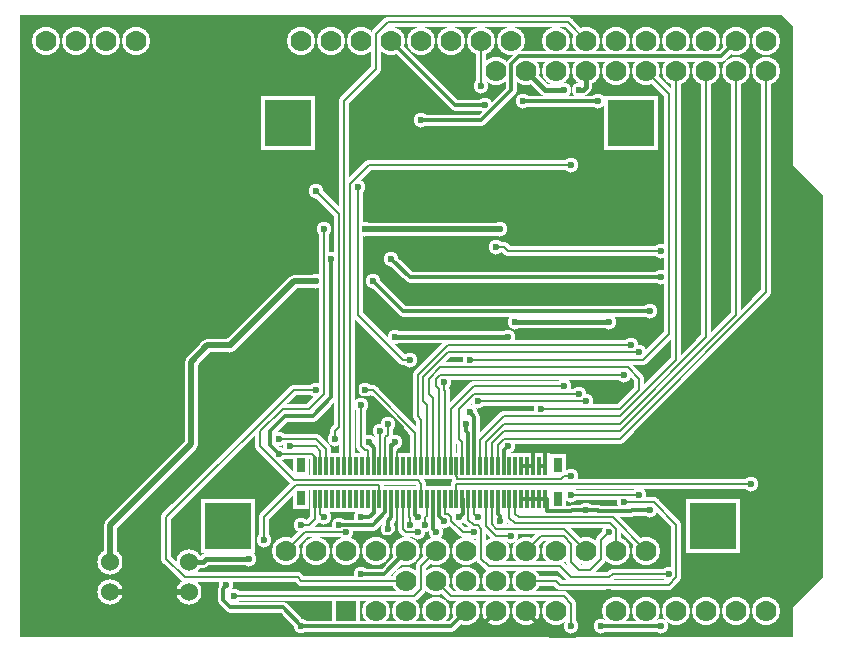
<source format=gbr>
G04 GERBER ASCII OUTPUT FROM: EDWINXP (VER. 1.61 REV. 20080915)*
G04 GERBER FORMAT: RX-274-X*
G04 BOARD: AMICUS_GSM_SHIELD*
G04 ARTWORK OF SOLD.LAYERPOSITIVE SUPERIMPOSED ON NEGATIVE*
%ASAXBY*%
%FSLAX23Y23*%
%MIA0B0*%
%MOIN*%
%OFA0.0000B0.0000*%
%SFA1B1*%
%IJA0B0*%
%INLAYER29NEGPOS*%
%IOA0B0*%
%IPPOS*%
%IR0*%
G04 APERTURE MACROS*
%AMEDWDONUT*
1,1,$1,$2,$3*
1,0,$4,$2,$3*
%
%AMEDWFRECT*
20,1,$1,$2,$3,$4,$5,$6*
%
%AMEDWORECT*
20,1,$1,$2,$3,$4,$5,$10*
20,1,$1,$4,$5,$6,$7,$10*
20,1,$1,$6,$7,$8,$9,$10*
20,1,$1,$8,$9,$2,$3,$10*
1,1,$1,$2,$3*
1,1,$1,$4,$5*
1,1,$1,$6,$7*
1,1,$1,$8,$9*
%
%AMEDWLINER*
20,1,$1,$2,$3,$4,$5,$6*
1,1,$1,$2,$3*
1,1,$1,$4,$5*
%
%AMEDWFTRNG*
4,1,3,$1,$2,$3,$4,$5,$6,$7,$8,$9*
%
%AMEDWATRNG*
4,1,3,$1,$2,$3,$4,$5,$6,$7,$8,$9*
20,1,$11,$1,$2,$3,$4,$10*
20,1,$11,$3,$4,$5,$6,$10*
20,1,$11,$5,$6,$7,$8,$10*
1,1,$11,$3,$4*
1,1,$11,$5,$6*
1,1,$11,$7,$8*
%
%AMEDWOTRNG*
20,1,$1,$2,$3,$4,$5,$8*
20,1,$1,$4,$5,$6,$7,$8*
20,1,$1,$6,$7,$2,$3,$8*
1,1,$1,$2,$3*
1,1,$1,$4,$5*
1,1,$1,$6,$7*
%
G04*
G04 APERTURE LIST*
%ADD10R,0.07874X0.05512*%
%ADD11R,0.10274X0.07912*%
%ADD12R,0.0748X0.05118*%
%ADD13R,0.0988X0.07518*%
%ADD14R,0.0700X0.0650*%
%ADD15R,0.0940X0.0890*%
%ADD16R,0.0600X0.0550*%
%ADD17R,0.0840X0.0790*%
%ADD18R,0.0650X0.0700*%
%ADD19R,0.0890X0.0940*%
%ADD20R,0.0550X0.0600*%
%ADD21R,0.0790X0.0840*%
%ADD22R,0.01378X0.06496*%
%ADD23R,0.03778X0.08896*%
%ADD24R,0.01181X0.06299*%
%ADD25R,0.03581X0.08699*%
%ADD26R,0.03386X0.05354*%
%ADD27R,0.05786X0.07754*%
%ADD28R,0.0315X0.05118*%
%ADD29R,0.0555X0.07518*%
%ADD30R,0.16535X0.16535*%
%ADD31R,0.18935X0.18935*%
%ADD32R,0.15748X0.15748*%
%ADD33R,0.18148X0.18148*%
%ADD34R,0.0450X0.0900*%
%ADD35R,0.0690X0.1140*%
%ADD36R,0.0350X0.0800*%
%ADD37R,0.0590X0.1040*%
%ADD38R,0.4200X0.1100*%
%ADD39R,0.4440X0.1340*%
%ADD40R,0.4100X0.1000*%
%ADD41R,0.4340X0.1240*%
%ADD42R,0.0580X0.0500*%
%ADD43R,0.0820X0.0740*%
%ADD44R,0.0480X0.0400*%
%ADD45R,0.0720X0.0640*%
%ADD46R,0.04724X0.06693*%
%ADD47R,0.07124X0.09093*%
%ADD48R,0.03937X0.05906*%
%ADD49R,0.06337X0.08306*%
%ADD50R,0.1350X0.1350*%
%ADD51R,0.1590X0.1590*%
%ADD52R,0.1250X0.1250*%
%ADD53R,0.1490X0.1490*%
%ADD54R,0.1700X0.1700*%
%ADD55R,0.1940X0.1940*%
%ADD56R,0.1560X0.1560*%
%ADD57R,0.1800X0.1800*%
%ADD58R,0.0860X0.0860*%
%ADD59R,0.1100X0.1100*%
%ADD60R,0.0700X0.0700*%
%ADD61R,0.0940X0.0940*%
%ADD62C,0.00039*%
%ADD64C,0.0010*%
%ADD66C,0.00118*%
%ADD68C,0.00197*%
%ADD70C,0.0020*%
%ADD71R,0.0020X0.0020*%
%ADD72C,0.0030*%
%ADD73R,0.0030X0.0030*%
%ADD74C,0.00394*%
%ADD76C,0.0040*%
%ADD77R,0.0040X0.0040*%
%ADD78C,0.0050*%
%ADD79R,0.0050X0.0050*%
%ADD80C,0.00512*%
%ADD81R,0.00512X0.00512*%
%ADD82C,0.00591*%
%ADD83R,0.00591X0.00591*%
%ADD84C,0.00659*%
%ADD85R,0.00659X0.00659*%
%ADD86C,0.00787*%
%ADD87R,0.00787X0.00787*%
%ADD88C,0.00799*%
%ADD90C,0.0080*%
%ADD92C,0.00984*%
%ADD93R,0.00984X0.00984*%
%ADD94C,0.0100*%
%ADD95R,0.0100X0.0100*%
%ADD96C,0.01181*%
%ADD97R,0.01181X0.01181*%
%ADD98C,0.0120*%
%ADD100C,0.0120*%
%ADD102C,0.0126*%
%ADD104C,0.0130*%
%ADD106C,0.01378*%
%ADD107R,0.01378X0.01378*%
%ADD108C,0.0150*%
%ADD109R,0.0150X0.0150*%
%ADD110C,0.0160*%
%ADD112C,0.01654*%
%ADD113R,0.01654X0.01654*%
%ADD114C,0.01969*%
%ADD115R,0.01969X0.01969*%
%ADD116C,0.0200*%
%ADD118C,0.02362*%
%ADD119R,0.02362X0.02362*%
%ADD120C,0.0240*%
%ADD121R,0.0240X0.0240*%
%ADD122C,0.0240*%
%ADD123R,0.0240X0.0240*%
%ADD124C,0.02439*%
%ADD125R,0.02439X0.02439*%
%ADD126C,0.02441*%
%ADD127R,0.02441X0.02441*%
%ADD128C,0.0250*%
%ADD129R,0.0250X0.0250*%
%ADD130C,0.02597*%
%ADD132C,0.02756*%
%ADD134C,0.02794*%
%ADD136C,0.0290*%
%ADD138C,0.02912*%
%ADD139R,0.02912X0.02912*%
%ADD140C,0.02991*%
%ADD141R,0.02991X0.02991*%
%ADD142C,0.0300*%
%ADD143R,0.0300X0.0300*%
%ADD144C,0.03059*%
%ADD145R,0.03059X0.03059*%
%ADD146C,0.0315*%
%ADD147R,0.0315X0.0315*%
%ADD148C,0.03187*%
%ADD150C,0.03199*%
%ADD151R,0.03199X0.03199*%
%ADD152C,0.0320*%
%ADD153R,0.0320X0.0320*%
%ADD154C,0.03386*%
%ADD155R,0.03386X0.03386*%
%ADD156C,0.0350*%
%ADD157R,0.0350X0.0350*%
%ADD158C,0.03581*%
%ADD159R,0.03581X0.03581*%
%ADD160C,0.0360*%
%ADD162C,0.0370*%
%ADD164C,0.03778*%
%ADD165R,0.03778X0.03778*%
%ADD166C,0.0390*%
%ADD167R,0.0390X0.0390*%
%ADD168C,0.03937*%
%ADD169R,0.03937X0.03937*%
%ADD170C,0.0400*%
%ADD171R,0.0400X0.0400*%
%ADD172C,0.04173*%
%ADD173R,0.04173X0.04173*%
%ADD174C,0.04331*%
%ADD176C,0.04369*%
%ADD177R,0.04369X0.04369*%
%ADD178C,0.0440*%
%ADD180C,0.0450*%
%ADD181R,0.0450X0.0450*%
%ADD182C,0.0470*%
%ADD183R,0.0470X0.0470*%
%ADD184C,0.04724*%
%ADD185R,0.04724X0.04724*%
%ADD186C,0.04762*%
%ADD187R,0.04762X0.04762*%
%ADD188C,0.0490*%
%ADD189R,0.0490X0.0490*%
%ADD190C,0.04921*%
%ADD191R,0.04921X0.04921*%
%ADD192C,0.04961*%
%ADD193R,0.04961X0.04961*%
%ADD194C,0.0500*%
%ADD195R,0.0500X0.0500*%
%ADD196C,0.05118*%
%ADD197R,0.05118X0.05118*%
%ADD198C,0.05354*%
%ADD199R,0.05354X0.05354*%
%ADD200C,0.05512*%
%ADD201R,0.05512X0.05512*%
%ADD202C,0.0555*%
%ADD203R,0.0555X0.0555*%
%ADD204C,0.0560*%
%ADD205R,0.0560X0.0560*%
%ADD206C,0.0570*%
%ADD207R,0.0570X0.0570*%
%ADD208C,0.05786*%
%ADD209R,0.05786X0.05786*%
%ADD210C,0.0590*%
%ADD211R,0.0590X0.0590*%
%ADD212C,0.05906*%
%ADD213R,0.05906X0.05906*%
%ADD214C,0.05945*%
%ADD215R,0.05945X0.05945*%
%ADD216C,0.0600*%
%ADD217R,0.0600X0.0600*%
%ADD218C,0.0620*%
%ADD219R,0.0620X0.0620*%
%ADD220C,0.06201*%
%ADD221R,0.06201X0.06201*%
%ADD222C,0.06299*%
%ADD223R,0.06299X0.06299*%
%ADD224C,0.06337*%
%ADD225R,0.06337X0.06337*%
%ADD226C,0.06496*%
%ADD227R,0.06496X0.06496*%
%ADD228C,0.0650*%
%ADD229R,0.0650X0.0650*%
%ADD230C,0.06693*%
%ADD231R,0.06693X0.06693*%
%ADD232C,0.06731*%
%ADD233R,0.06731X0.06731*%
%ADD234C,0.0690*%
%ADD235R,0.0690X0.0690*%
%ADD236C,0.06906*%
%ADD237R,0.06906X0.06906*%
%ADD238C,0.0700*%
%ADD239R,0.0700X0.0700*%
%ADD240C,0.07008*%
%ADD241R,0.07008X0.07008*%
%ADD242C,0.07087*%
%ADD243R,0.07087X0.07087*%
%ADD244C,0.0710*%
%ADD245R,0.0710X0.0710*%
%ADD246C,0.07124*%
%ADD247R,0.07124X0.07124*%
%ADD248C,0.0740*%
%ADD249R,0.0740X0.0740*%
%ADD250C,0.0748*%
%ADD251R,0.0748X0.0748*%
%ADD252C,0.0750*%
%ADD253R,0.0750X0.0750*%
%ADD254C,0.07518*%
%ADD255R,0.07518X0.07518*%
%ADD256C,0.07598*%
%ADD257R,0.07598X0.07598*%
%ADD258C,0.0760*%
%ADD259R,0.0760X0.0760*%
%ADD260C,0.07754*%
%ADD261R,0.07754X0.07754*%
%ADD262C,0.07795*%
%ADD263R,0.07795X0.07795*%
%ADD264C,0.07874*%
%ADD265R,0.07874X0.07874*%
%ADD266C,0.07912*%
%ADD267R,0.07912X0.07912*%
%ADD268C,0.0800*%
%ADD269R,0.0800X0.0800*%
%ADD270C,0.0810*%
%ADD271R,0.0810X0.0810*%
%ADD272C,0.08268*%
%ADD273R,0.08268X0.08268*%
%ADD274C,0.08306*%
%ADD275R,0.08306X0.08306*%
%ADD276C,0.08345*%
%ADD277R,0.08345X0.08345*%
%ADD278C,0.0840*%
%ADD279R,0.0840X0.0840*%
%ADD280C,0.08598*%
%ADD281R,0.08598X0.08598*%
%ADD282C,0.0860*%
%ADD283R,0.0860X0.0860*%
%ADD284C,0.08601*%
%ADD285R,0.08601X0.08601*%
%ADD286C,0.08661*%
%ADD287R,0.08661X0.08661*%
%ADD288C,0.08699*%
%ADD289R,0.08699X0.08699*%
%ADD290C,0.0870*%
%ADD291R,0.0870X0.0870*%
%ADD292C,0.08896*%
%ADD293R,0.08896X0.08896*%
%ADD294C,0.0890*%
%ADD295R,0.0890X0.0890*%
%ADD296C,0.0900*%
%ADD297R,0.0900X0.0900*%
%ADD298C,0.09093*%
%ADD299R,0.09093X0.09093*%
%ADD300C,0.0940*%
%ADD301R,0.0940X0.0940*%
%ADD302C,0.09449*%
%ADD303R,0.09449X0.09449*%
%ADD304C,0.09528*%
%ADD305R,0.09528X0.09528*%
%ADD306C,0.0970*%
%ADD307R,0.0970X0.0970*%
%ADD308C,0.09843*%
%ADD309R,0.09843X0.09843*%
%ADD310C,0.0988*%
%ADD311R,0.0988X0.0988*%
%ADD312C,0.0990*%
%ADD313R,0.0990X0.0990*%
%ADD314C,0.09998*%
%ADD316C,0.1000*%
%ADD317R,0.1000X0.1000*%
%ADD318C,0.10236*%
%ADD319R,0.10236X0.10236*%
%ADD320C,0.10274*%
%ADD321R,0.10274X0.10274*%
%ADD322C,0.10315*%
%ADD323R,0.10315X0.10315*%
%ADD324C,0.1040*%
%ADD325R,0.1040X0.1040*%
%ADD326C,0.1063*%
%ADD327R,0.1063X0.1063*%
%ADD328C,0.10668*%
%ADD329R,0.10668X0.10668*%
%ADD330C,0.10998*%
%ADD331R,0.10998X0.10998*%
%ADD332C,0.1100*%
%ADD333R,0.1100X0.1100*%
%ADD334C,0.11024*%
%ADD335R,0.11024X0.11024*%
%ADD336C,0.11061*%
%ADD337R,0.11061X0.11061*%
%ADD338C,0.1110*%
%ADD339R,0.1110X0.1110*%
%ADD340C,0.1120*%
%ADD341R,0.1120X0.1120*%
%ADD342C,0.1140*%
%ADD343R,0.1140X0.1140*%
%ADD344C,0.1150*%
%ADD345R,0.1150X0.1150*%
%ADD346C,0.11811*%
%ADD347R,0.11811X0.11811*%
%ADD348C,0.1200*%
%ADD349R,0.1200X0.1200*%
%ADD350C,0.1210*%
%ADD351R,0.1210X0.1210*%
%ADD352C,0.12243*%
%ADD353R,0.12243X0.12243*%
%ADD354C,0.1240*%
%ADD355R,0.1240X0.1240*%
%ADD356C,0.1250*%
%ADD357R,0.1250X0.1250*%
%ADD358C,0.12598*%
%ADD359R,0.12598X0.12598*%
%ADD360C,0.12636*%
%ADD361R,0.12636X0.12636*%
%ADD362C,0.12992*%
%ADD363R,0.12992X0.12992*%
%ADD364C,0.1300*%
%ADD365R,0.1300X0.1300*%
%ADD366C,0.1340*%
%ADD367R,0.1340X0.1340*%
%ADD368C,0.1390*%
%ADD369R,0.1390X0.1390*%
%ADD370C,0.1420*%
%ADD371R,0.1420X0.1420*%
%ADD372C,0.1440*%
%ADD373R,0.1440X0.1440*%
%ADD374C,0.14567*%
%ADD375R,0.14567X0.14567*%
%ADD376C,0.1490*%
%ADD377R,0.1490X0.1490*%
%ADD378C,0.14961*%
%ADD379R,0.14961X0.14961*%
%ADD380C,0.15118*%
%ADD381R,0.15118X0.15118*%
%ADD382C,0.1520*%
%ADD383R,0.1520X0.1520*%
%ADD384C,0.15354*%
%ADD385R,0.15354X0.15354*%
%ADD386C,0.15374*%
%ADD387R,0.15374X0.15374*%
%ADD388C,0.1540*%
%ADD389R,0.1540X0.1540*%
%ADD390C,0.15748*%
%ADD391R,0.15748X0.15748*%
%ADD392C,0.16535*%
%ADD393R,0.16535X0.16535*%
%ADD394C,0.1660*%
%ADD395R,0.1660X0.1660*%
%ADD396C,0.17323*%
%ADD398C,0.1760*%
%ADD399R,0.1760X0.1760*%
%ADD400C,0.17774*%
%ADD401R,0.17774X0.17774*%
%ADD402C,0.18148*%
%ADD403R,0.18148X0.18148*%
%ADD404C,0.18504*%
%ADD406C,0.18898*%
%ADD408C,0.18935*%
%ADD409R,0.18935X0.18935*%
%ADD410C,0.19685*%
%ADD411R,0.19685X0.19685*%
%ADD412C,0.20472*%
%ADD413R,0.20472X0.20472*%
%ADD414C,0.20904*%
%ADD416C,0.2126*%
%ADD418C,0.21298*%
%ADD420C,0.22085*%
%ADD421R,0.22085X0.22085*%
%ADD422C,0.22835*%
%ADD425R,0.22872X0.22872*%
%ADD427R,0.23622X0.23622*%
%ADD429R,0.24409X0.24409*%
%ADD431R,0.24937X0.24937*%
%ADD433R,0.26022X0.26022*%
%ADD435R,0.26142X0.26142*%
%ADD437R,0.26929X0.26929*%
%ADD439R,0.27337X0.27337*%
%ADD441R,0.31496X0.31496*%
%ADD443R,0.32811X0.32811*%
%ADD445R,0.33896X0.33896*%
%ADD447R,0.35211X0.35211*%
%ADD449R,0.35433X0.35433*%
%ADD451R,0.3622X0.3622*%
%ADD453R,0.37833X0.37833*%
%ADD455R,0.3862X0.3862*%
%ADD456C,0.4862*%
%ADD457R,0.4862X0.4862*%
%ADD458C,0.5862*%
%ADD459R,0.5862X0.5862*%
%ADD460C,0.6862*%
%ADD461R,0.6862X0.6862*%
%ADD462C,0.7862*%
%ADD463R,0.7862X0.7862*%
%ADD464C,0.8862*%
%ADD465R,0.8862X0.8862*%
%ADD466C,0.9862*%
%ADD467R,0.9862X0.9862*%
%ADD468C,1.0862*%
%ADD469R,1.0862X1.0862*%
%ADD470C,1.1862*%
%ADD471R,1.1862X1.1862*%
%ADD472C,1.2862*%
%ADD473R,1.2862X1.2862*%
%ADD474C,1.3862*%
%ADD475R,1.3862X1.3862*%
%ADD476C,1.4862*%
%ADD477R,1.4862X1.4862*%
%ADD478C,1.5862*%
%ADD479R,1.5862X1.5862*%
%ADD480C,1.6862*%
%ADD481R,1.6862X1.6862*%
%ADD482C,1.7862*%
%ADD483R,1.7862X1.7862*%
%ADD484C,1.8862*%
%ADD485R,1.8862X1.8862*%
%ADD486C,1.9862*%
%ADD487R,1.9862X1.9862*%
G04*
%LNLLAYER29CPOURD*%
%LPD*%
G36*
X1700Y100D02*
X1688Y13D01*
X13Y13D01*
X13Y2088D01*
X2550Y2088D01*
X2588Y2050D01*
X2588Y1588D01*
X2688Y1488D01*
X2688Y213D01*
X2588Y113D01*
X2588Y13D01*
X1713Y13D01*
X1700Y100D01*
G37*
G36*
X1700Y100D02*
X1638Y13D01*
X1788Y13D01*
X1700Y100D01*
G37*
%LNLLAYER29CRELIEVEC*%
%LPC*%
D278*
X575Y263D02*D03*
X313Y263D02*D03*
D300*
X900Y300D02*D03*
X1000Y300D02*D03*
X1100Y300D02*D03*
X1200Y300D02*D03*
X1300Y300D02*D03*
X1400Y300D02*D03*
X1500Y300D02*D03*
X1600Y300D02*D03*
D25*
X1763Y475D02*D03*
X1743Y475D02*D03*
X1723Y475D02*D03*
X1703Y475D02*D03*
X1684Y475D02*D03*
X1664Y475D02*D03*
X1664Y586D02*D03*
X1644Y475D02*D03*
X1644Y586D02*D03*
X1625Y475D02*D03*
X1625Y586D02*D03*
X1605Y475D02*D03*
X1605Y586D02*D03*
X1585Y475D02*D03*
X1585Y586D02*D03*
X1566Y475D02*D03*
X1566Y586D02*D03*
X1546Y475D02*D03*
X1546Y586D02*D03*
X1526Y475D02*D03*
X1526Y586D02*D03*
X1507Y475D02*D03*
X1507Y586D02*D03*
X1487Y475D02*D03*
X1487Y586D02*D03*
X1467Y475D02*D03*
X1467Y586D02*D03*
X1448Y475D02*D03*
X1448Y586D02*D03*
X1428Y475D02*D03*
X1428Y586D02*D03*
X1408Y475D02*D03*
X1408Y586D02*D03*
X1388Y475D02*D03*
X1388Y586D02*D03*
X1369Y475D02*D03*
X1369Y586D02*D03*
X1349Y475D02*D03*
X1349Y586D02*D03*
X1329Y475D02*D03*
X1329Y586D02*D03*
X1310Y475D02*D03*
X1310Y586D02*D03*
X1290Y475D02*D03*
X1290Y586D02*D03*
X1251Y475D02*D03*
X1251Y586D02*D03*
X1231Y475D02*D03*
X1231Y586D02*D03*
X1211Y475D02*D03*
X1211Y586D02*D03*
X1192Y475D02*D03*
X1192Y586D02*D03*
X1172Y475D02*D03*
X1172Y586D02*D03*
X1152Y475D02*D03*
X1152Y586D02*D03*
X1133Y475D02*D03*
X1133Y586D02*D03*
X1113Y475D02*D03*
X1113Y586D02*D03*
X1093Y475D02*D03*
X1093Y586D02*D03*
X1074Y475D02*D03*
X1074Y586D02*D03*
X1054Y475D02*D03*
X1054Y586D02*D03*
X1034Y475D02*D03*
X1034Y586D02*D03*
X1014Y475D02*D03*
X1014Y586D02*D03*
X995Y475D02*D03*
X995Y586D02*D03*
D29*
X951Y477D02*D03*
X951Y587D02*D03*
X1806Y587D02*D03*
X1806Y475D02*D03*
D33*
X2048Y1727D02*D03*
X906Y1727D02*D03*
X707Y386D02*D03*
X2324Y386D02*D03*
D300*
X1700Y200D02*D03*
X1600Y200D02*D03*
X1500Y200D02*D03*
X1400Y200D02*D03*
X1300Y200D02*D03*
X1800Y2000D02*D03*
X1900Y2000D02*D03*
X2000Y2000D02*D03*
X2100Y2000D02*D03*
X2200Y2000D02*D03*
X2300Y2000D02*D03*
X2400Y2000D02*D03*
X2500Y2000D02*D03*
X1300Y100D02*D03*
X1400Y100D02*D03*
X1500Y100D02*D03*
X1800Y100D02*D03*
X950Y2000D02*D03*
X1050Y2000D02*D03*
X1150Y2000D02*D03*
X1250Y2000D02*D03*
X1350Y2000D02*D03*
X1450Y2000D02*D03*
X1550Y2000D02*D03*
X1650Y2000D02*D03*
X2000Y100D02*D03*
X2100Y100D02*D03*
X2200Y100D02*D03*
X2300Y100D02*D03*
X2400Y100D02*D03*
X2500Y100D02*D03*
X1600Y1900D02*D03*
X1700Y1900D02*D03*
X1800Y1900D02*D03*
X1900Y1900D02*D03*
X2000Y1900D02*D03*
X2100Y1900D02*D03*
X2200Y1900D02*D03*
X2300Y1900D02*D03*
X2400Y1900D02*D03*
X2500Y1900D02*D03*
X2100Y300D02*D03*
X2000Y300D02*D03*
X1900Y300D02*D03*
X1800Y300D02*D03*
X1700Y300D02*D03*
X100Y2000D02*D03*
X200Y2000D02*D03*
X300Y2000D02*D03*
X400Y2000D02*D03*
D61*
X1100Y100D02*D03*
D300*
X1200Y100D02*D03*
D316*
X100Y100D02*D03*
X600Y2000D02*D03*
X2600Y300D02*D03*
D25*
X1270Y586D02*D03*
X1270Y475D02*D03*
X1763Y586D02*D03*
X1684Y586D02*D03*
X1703Y586D02*D03*
X1723Y586D02*D03*
X1743Y586D02*D03*
D300*
X1700Y100D02*D03*
X1600Y100D02*D03*
D278*
X313Y164D02*D03*
X575Y164D02*D03*
D196*
X950Y50D02*D03*
X700Y188D02*D03*
X713Y988D02*D03*
X1000Y1200D02*D03*
X1188Y1200D02*D03*
X2113Y1100D02*D03*
X2113Y438D02*D03*
X1900Y438D02*D03*
X775Y275D02*D03*
X1363Y388D02*D03*
X950Y388D02*D03*
X875Y625D02*D03*
X1950Y50D02*D03*
X2150Y50D02*D03*
X2150Y1213D02*D03*
X1250Y1275D02*D03*
X1050Y1275D02*D03*
X1513Y763D02*D03*
X1513Y938D02*D03*
X1500Y725D02*D03*
X1538Y800D02*D03*
X1900Y800D02*D03*
X1850Y1588D02*D03*
X1875Y825D02*D03*
X1875Y1838D02*D03*
X1850Y550D02*D03*
X1825Y850D02*D03*
X1825Y1838D02*D03*
X1425Y863D02*D03*
X2025Y888D02*D03*
X2025Y463D02*D03*
X1163Y838D02*D03*
X1000Y838D02*D03*
X1750Y775D02*D03*
X2075Y963D02*D03*
X2075Y488D02*D03*
X1850Y488D02*D03*
X2050Y988D02*D03*
X1850Y50D02*D03*
X2450Y525D02*D03*
X1475Y413D02*D03*
X2175Y225D02*D03*
X1425Y400D02*D03*
X1550Y1850D02*D03*
X2150Y1300D02*D03*
X1600Y1313D02*D03*
X1538Y413D02*D03*
X1400Y363D02*D03*
X1613Y1375D02*D03*
X1163Y1375D02*D03*
X1025Y1375D02*D03*
X1338Y413D02*D03*
X1313Y388D02*D03*
X1313Y938D02*D03*
X1138Y1513D02*D03*
X1338Y363D02*D03*
X1263Y663D02*D03*
X1238Y725D02*D03*
X1213Y700D02*D03*
X1175Y663D02*D03*
X1100Y363D02*D03*
X1150Y413D02*D03*
X1150Y225D02*D03*
X825Y338D02*D03*
X725Y150D02*D03*
X1075Y388D02*D03*
X1063Y675D02*D03*
X1000Y1500D02*D03*
X1238Y375D02*D03*
X1613Y400D02*D03*
X1025Y413D02*D03*
X913Y650D02*D03*
X875Y675D02*D03*
X1563Y1788D02*D03*
X1350Y1738D02*D03*
X1688Y1800D02*D03*
X1938Y1800D02*D03*
X1150Y788D02*D03*
X1263Y1013D02*D03*
X1638Y1013D02*D03*
X1638Y650D02*D03*
X1650Y350D02*D03*
D96*
X100Y800D02*D03*
X100Y900D02*D03*
X200Y900D02*D03*
X300Y900D02*D03*
X400Y900D02*D03*
X500Y900D02*D03*
X500Y1100D02*D03*
X500Y1000D02*D03*
X400Y1000D02*D03*
X300Y1000D02*D03*
X200Y1000D02*D03*
X100Y1000D02*D03*
D196*
X1525Y363D02*D03*
X1663Y1063D02*D03*
X1975Y1063D02*D03*
X1975Y363D02*D03*
D96*
X200Y1300D02*D03*
X300Y1300D02*D03*
X400Y1300D02*D03*
X400Y1200D02*D03*
X300Y1200D02*D03*
X200Y1200D02*D03*
X100Y1200D02*D03*
X100Y700D02*D03*
X200Y700D02*D03*
X300Y700D02*D03*
X400Y700D02*D03*
X500Y700D02*D03*
X500Y800D02*D03*
X400Y800D02*D03*
X300Y800D02*D03*
X200Y800D02*D03*
X1300Y1450D02*D03*
X1250Y1450D02*D03*
X1200Y1450D02*D03*
X1200Y1500D02*D03*
X900Y1500D02*D03*
X900Y1600D02*D03*
X700Y1300D02*D03*
X600Y1300D02*D03*
X200Y300D02*D03*
X250Y400D02*D03*
X400Y300D02*D03*
X400Y400D02*D03*
X500Y500D02*D03*
X800Y600D02*D03*
X600Y1100D02*D03*
X100Y1300D02*D03*
X988Y713D02*D03*
X1938Y838D02*D03*
X2100Y375D02*D03*
X2050Y1150D02*D03*
X2100Y1150D02*D03*
X2000Y1150D02*D03*
X1925Y1150D02*D03*
X1733Y1152D02*D03*
X1650Y1150D02*D03*
X850Y925D02*D03*
X1325Y975D02*D03*
X1150Y975D02*D03*
X1550Y1450D02*D03*
X1550Y1550D02*D03*
X1550Y1500D02*D03*
X1250Y1500D02*D03*
X500Y100D02*D03*
X400Y100D02*D03*
X300Y100D02*D03*
X200Y100D02*D03*
X2050Y1063D02*D03*
X2075Y1025D02*D03*
X2025Y1025D02*D03*
X1738Y1025D02*D03*
X2100Y1600D02*D03*
X2100Y1500D02*D03*
X2000Y1500D02*D03*
X2000Y1600D02*D03*
X1900Y363D02*D03*
X875Y375D02*D03*
X738Y563D02*D03*
X800Y538D02*D03*
X2600Y600D02*D03*
X2600Y700D02*D03*
X2600Y800D02*D03*
X2600Y900D02*D03*
X2300Y600D02*D03*
X2200Y600D02*D03*
X2200Y650D02*D03*
X2200Y750D02*D03*
X2250Y650D02*D03*
X2200Y700D02*D03*
X2200Y800D02*D03*
X2250Y600D02*D03*
X2250Y700D02*D03*
X2250Y750D02*D03*
X2250Y800D02*D03*
X600Y100D02*D03*
X2500Y400D02*D03*
X2400Y700D02*D03*
X2400Y800D02*D03*
X2400Y900D02*D03*
X2500Y900D02*D03*
X2500Y800D02*D03*
X2500Y700D02*D03*
X2500Y600D02*D03*
X2500Y500D02*D03*
X2600Y500D02*D03*
X1888Y638D02*
X1763Y638D01*
X1723Y586D02*
X1723Y638D01*
X1763Y638D01*
X1763Y586D01*
X1600Y100D02*
X1522Y22D01*
X938Y22D01*
X934Y25D01*
X900Y25D01*
X1575Y1275D02*
X1925Y1275D01*
D116*
X855Y1238D02*
X950Y1238D01*
X855Y1238D02*
X855Y1575D01*
X950Y888D02*
X650Y888D01*
X575Y164D02*
X313Y164D01*
D96*
X1700Y100D02*
X1781Y19D01*
X1863Y19D01*
X1913Y69D01*
X1913Y100D01*
X1975Y163D01*
D110*
X1575Y1275D02*
X1313Y1275D01*
D96*
X1763Y586D02*
X1743Y586D01*
X1723Y586D02*
X1703Y586D01*
X1684Y586D01*
D86*
X650Y488D02*
X788Y488D01*
X800Y475D01*
X800Y325D01*
X875Y250D01*
X1125Y250D01*
X1150Y275D01*
X1150Y325D01*
X1175Y350D01*
X1250Y350D01*
X1270Y370D01*
X1270Y475D01*
X1138Y863D02*
X1138Y825D01*
X1150Y813D01*
X1188Y813D01*
X1288Y713D01*
X1288Y650D01*
X1270Y633D01*
X1270Y586D01*
D158*
X950Y50D02*
X1450Y50D01*
X1500Y100D01*
X950Y50D02*
X888Y113D01*
X713Y113D01*
X688Y138D01*
X688Y175D01*
X700Y188D01*
D178*
X313Y263D02*
X312Y387D01*
X582Y657D01*
X582Y931D01*
X637Y987D01*
X713Y988D01*
X925Y1200D01*
X1000Y1200D01*
D158*
X2113Y1100D02*
X1288Y1100D01*
X1188Y1200D01*
X1900Y438D02*
X1938Y438D01*
X1941Y434D01*
X2050Y434D01*
X2053Y438D01*
X2113Y438D01*
X1763Y475D02*
X1768Y475D01*
X1768Y434D01*
X1850Y434D01*
X1854Y438D01*
X1900Y438D01*
X1743Y475D02*
X1763Y475D01*
X1743Y475D02*
X1723Y475D01*
X1703Y475D01*
X1684Y475D01*
D148*
X1605Y586D02*
X1605Y655D01*
X1625Y675D01*
X2013Y675D01*
X2500Y1163D01*
X2500Y1900D01*
D170*
X575Y263D02*
X622Y263D01*
X634Y275D01*
X775Y275D01*
D148*
X1585Y586D02*
X1585Y660D01*
X1625Y700D01*
X2013Y700D01*
X2400Y1088D01*
X2400Y1900D01*
X1363Y388D02*
X1363Y413D01*
X1369Y419D01*
X1369Y475D01*
D158*
X2150Y50D02*
X1950Y50D01*
X1250Y1275D02*
X1313Y1213D01*
X2150Y1213D01*
X875Y625D02*
X846Y654D01*
X846Y700D01*
X896Y750D01*
X988Y750D01*
X1050Y813D01*
X1050Y1275D01*
D148*
X875Y625D02*
X988Y625D01*
X988Y620D01*
X995Y613D01*
X995Y586D01*
X950Y388D02*
X975Y388D01*
X995Y407D01*
X995Y475D01*
X1566Y586D02*
X1566Y666D01*
X1625Y725D01*
X2013Y725D01*
X2300Y1013D01*
X2300Y1900D01*
X1546Y586D02*
X1546Y671D01*
X1625Y750D01*
X2013Y750D01*
X2200Y938D01*
X2200Y1900D01*
D162*
X1513Y763D02*
X1526Y749D01*
X1526Y586D01*
D148*
X1513Y938D02*
X2088Y938D01*
X2175Y1025D01*
X2175Y1825D01*
X2100Y1900D01*
D162*
X1500Y725D02*
X1500Y700D01*
X1507Y693D01*
X1507Y586D01*
D148*
X1900Y800D02*
X1538Y800D01*
X1850Y1588D02*
X1175Y1588D01*
X1113Y1525D01*
X1113Y586D01*
X1875Y825D02*
X1525Y825D01*
X1475Y775D01*
X1475Y675D01*
X1487Y663D01*
X1487Y586D01*
D170*
X1875Y1838D02*
X1888Y1838D01*
X1900Y1849D01*
X1900Y1900D01*
D148*
X1850Y550D02*
X1825Y550D01*
X1817Y542D01*
X1468Y542D01*
X1468Y549D01*
X1467Y550D01*
X1467Y586D01*
X1825Y850D02*
X1525Y850D01*
X1448Y773D01*
X1448Y586D01*
D170*
X1825Y1838D02*
X1763Y1838D01*
X1700Y1900D01*
D148*
X1425Y863D02*
X1425Y838D01*
X1428Y835D01*
X1428Y586D01*
X2025Y888D02*
X1413Y888D01*
X1400Y875D01*
X1400Y850D01*
X1408Y842D01*
X1408Y586D01*
X2025Y463D02*
X2125Y463D01*
X2200Y388D01*
X2200Y213D01*
X2175Y188D01*
X1813Y188D01*
X1800Y200D01*
X1700Y200D01*
X1163Y838D02*
X1188Y838D01*
X1329Y696D01*
X1329Y586D01*
X1000Y838D02*
X925Y838D01*
X500Y413D01*
X500Y275D01*
X563Y213D01*
X938Y213D01*
X950Y200D01*
X1300Y200D01*
X1750Y775D02*
X2013Y775D01*
X2075Y838D01*
X2075Y875D01*
X2038Y913D01*
X1413Y913D01*
X1375Y875D01*
X1375Y825D01*
X1388Y812D01*
X1388Y586D01*
X2075Y963D02*
X1438Y963D01*
X1356Y881D01*
X1356Y800D01*
X1369Y787D01*
X1369Y586D01*
X1850Y488D02*
X2075Y488D01*
X2050Y988D02*
X1438Y988D01*
X1338Y888D01*
X1338Y750D01*
X1349Y738D01*
X1349Y586D01*
X1850Y50D02*
X1850Y125D01*
X1825Y150D01*
X1450Y150D01*
X1400Y200D01*
X2450Y525D02*
X1467Y525D01*
X1467Y475D01*
D162*
X1475Y413D02*
X1488Y425D01*
X1488Y475D01*
D148*
X1488Y475D02*
X1487Y475D01*
X2175Y225D02*
X1988Y225D01*
X1975Y213D01*
X1850Y213D01*
X1813Y250D01*
X1575Y250D01*
X1550Y275D01*
X1550Y375D01*
X1538Y388D01*
X1525Y388D01*
X1507Y406D01*
X1507Y475D01*
D162*
X1425Y400D02*
X1408Y417D01*
X1408Y475D01*
D148*
X1550Y1850D02*
X1550Y2000D01*
X1600Y1313D02*
X1625Y1313D01*
X1638Y1300D01*
X2150Y1300D01*
X1538Y413D02*
X1525Y425D01*
X1525Y475D01*
X1526Y475D01*
D162*
X1400Y363D02*
X1388Y374D01*
X1388Y475D01*
D178*
X1163Y1375D02*
X1613Y1375D01*
D148*
X1025Y1375D02*
X1025Y825D01*
X975Y775D01*
X888Y775D01*
X813Y700D01*
X813Y650D01*
X925Y538D01*
X1338Y538D01*
X1349Y526D01*
X1349Y475D01*
X1338Y413D02*
X1329Y421D01*
D162*
X1329Y421D02*
X1329Y475D01*
D148*
X1313Y388D02*
X1313Y413D01*
X1310Y415D01*
X1310Y475D01*
X1138Y1513D02*
X1138Y1088D01*
X1288Y938D01*
X1313Y938D01*
X1338Y363D02*
X1300Y363D01*
X1288Y374D01*
X1288Y475D01*
X1290Y475D01*
X1263Y663D02*
X1256Y656D01*
D162*
X1256Y656D02*
X1251Y656D01*
X1251Y586D01*
D148*
X1238Y725D02*
X1238Y688D01*
X1231Y681D01*
X1231Y586D01*
X1213Y700D02*
X1213Y614D01*
X1211Y613D01*
X1211Y586D01*
D162*
X1175Y663D02*
X1192Y646D01*
X1192Y586D01*
D148*
X1100Y363D02*
X963Y363D01*
X900Y300D01*
D162*
X1150Y413D02*
X1175Y413D01*
X1192Y429D01*
X1192Y475D01*
X1150Y225D02*
X1225Y225D01*
X1300Y300D01*
D148*
X825Y338D02*
X825Y413D01*
X933Y520D01*
X1210Y520D01*
X1210Y475D01*
X1211Y475D01*
X725Y150D02*
X1325Y150D01*
X1350Y175D01*
X1350Y250D01*
X1400Y300D01*
D162*
X1075Y388D02*
X1188Y388D01*
X1231Y431D01*
X1231Y475D01*
D148*
X1000Y1500D02*
X1075Y1425D01*
X1075Y713D01*
X1063Y700D01*
X1063Y675D01*
D162*
X1238Y375D02*
X1238Y400D01*
X1251Y413D01*
X1251Y475D01*
X1613Y400D02*
X1613Y417D01*
X1605Y425D01*
X1605Y475D01*
D148*
X1093Y586D02*
X1093Y1800D01*
X1200Y1907D01*
X1200Y2025D01*
X1238Y2063D01*
X1838Y2063D01*
X1900Y2000D01*
X1025Y413D02*
X1014Y423D01*
X1014Y475D01*
X913Y650D02*
X1000Y650D01*
X1014Y636D01*
X1014Y586D01*
X875Y675D02*
X1000Y675D01*
X1034Y641D01*
X1034Y586D01*
D158*
X1563Y1788D02*
X1463Y1788D01*
X1250Y2000D01*
X1350Y1738D02*
X1550Y1738D01*
X1650Y1838D01*
X1650Y1925D01*
X1675Y1950D01*
X2350Y1950D01*
X2400Y2000D01*
X1938Y1800D02*
X1688Y1800D01*
D148*
X1150Y788D02*
X1150Y650D01*
X1163Y638D01*
X1172Y638D01*
X1172Y586D01*
D170*
X1638Y1013D02*
X1263Y1013D01*
D162*
X1638Y650D02*
X1625Y638D01*
X1625Y613D01*
D148*
X1625Y613D02*
X1625Y613D01*
X1625Y586D01*
X1664Y475D02*
X1664Y423D01*
X1675Y413D01*
X1988Y413D01*
X2100Y300D01*
X1644Y475D02*
X1644Y412D01*
X1663Y394D01*
X1981Y394D01*
X2000Y375D01*
X2000Y300D01*
X1585Y475D02*
X1585Y390D01*
X1600Y375D01*
X1825Y375D01*
X1900Y300D01*
X1650Y350D02*
X1600Y350D01*
X1567Y383D01*
X1567Y475D01*
X1566Y475D01*
X1525Y363D02*
X1488Y363D01*
X1450Y400D01*
X1450Y413D01*
X1438Y425D01*
X1428Y425D01*
X1428Y475D01*
D170*
X1975Y1063D02*
X1663Y1063D01*
D148*
X1975Y363D02*
X1950Y338D01*
X1950Y275D01*
X1913Y238D01*
X1875Y238D01*
X1850Y263D01*
X1850Y325D01*
X1825Y350D01*
X1750Y350D01*
X1700Y300D01*
%LNLLAYER29CFILLD*%
%LPD*%
D216*
X575Y263D02*D03*
X313Y263D02*D03*
D238*
X900Y300D02*D03*
X1000Y300D02*D03*
X1100Y300D02*D03*
X1200Y300D02*D03*
X1300Y300D02*D03*
X1400Y300D02*D03*
X1500Y300D02*D03*
X1600Y300D02*D03*
D24*
X1763Y475D02*D03*
X1743Y475D02*D03*
X1723Y475D02*D03*
X1703Y475D02*D03*
X1684Y475D02*D03*
X1664Y475D02*D03*
X1664Y586D02*D03*
X1644Y475D02*D03*
X1644Y586D02*D03*
X1625Y475D02*D03*
X1625Y586D02*D03*
X1605Y475D02*D03*
X1605Y586D02*D03*
X1585Y475D02*D03*
X1585Y586D02*D03*
X1566Y475D02*D03*
X1566Y586D02*D03*
X1546Y475D02*D03*
X1546Y586D02*D03*
X1526Y475D02*D03*
X1526Y586D02*D03*
X1507Y475D02*D03*
X1507Y586D02*D03*
X1487Y475D02*D03*
X1487Y586D02*D03*
X1467Y475D02*D03*
X1467Y586D02*D03*
X1448Y475D02*D03*
X1448Y586D02*D03*
X1428Y475D02*D03*
X1428Y586D02*D03*
X1408Y475D02*D03*
X1408Y586D02*D03*
X1388Y475D02*D03*
X1388Y586D02*D03*
X1369Y475D02*D03*
X1369Y586D02*D03*
X1349Y475D02*D03*
X1349Y586D02*D03*
X1329Y475D02*D03*
X1329Y586D02*D03*
X1310Y475D02*D03*
X1310Y586D02*D03*
X1290Y475D02*D03*
X1290Y586D02*D03*
X1251Y475D02*D03*
X1251Y586D02*D03*
X1231Y475D02*D03*
X1231Y586D02*D03*
X1211Y475D02*D03*
X1211Y586D02*D03*
X1192Y475D02*D03*
X1192Y586D02*D03*
X1172Y475D02*D03*
X1172Y586D02*D03*
X1152Y475D02*D03*
X1152Y586D02*D03*
X1133Y475D02*D03*
X1133Y586D02*D03*
X1113Y475D02*D03*
X1113Y586D02*D03*
X1093Y475D02*D03*
X1093Y586D02*D03*
X1074Y475D02*D03*
X1074Y586D02*D03*
X1054Y475D02*D03*
X1054Y586D02*D03*
X1034Y475D02*D03*
X1034Y586D02*D03*
X1014Y475D02*D03*
X1014Y586D02*D03*
X995Y475D02*D03*
X995Y586D02*D03*
D28*
X951Y477D02*D03*
X951Y587D02*D03*
X1806Y587D02*D03*
X1806Y475D02*D03*
D32*
X2048Y1727D02*D03*
X906Y1727D02*D03*
X707Y386D02*D03*
X2324Y386D02*D03*
D238*
X1700Y200D02*D03*
X1600Y200D02*D03*
X1500Y200D02*D03*
X1400Y200D02*D03*
X1300Y200D02*D03*
X1800Y2000D02*D03*
X1900Y2000D02*D03*
X2000Y2000D02*D03*
X2100Y2000D02*D03*
X2200Y2000D02*D03*
X2300Y2000D02*D03*
X2400Y2000D02*D03*
X2500Y2000D02*D03*
X1300Y100D02*D03*
X1400Y100D02*D03*
X1500Y100D02*D03*
X1800Y100D02*D03*
X950Y2000D02*D03*
X1050Y2000D02*D03*
X1150Y2000D02*D03*
X1250Y2000D02*D03*
X1350Y2000D02*D03*
X1450Y2000D02*D03*
X1550Y2000D02*D03*
X1650Y2000D02*D03*
X2000Y100D02*D03*
X2100Y100D02*D03*
X2200Y100D02*D03*
X2300Y100D02*D03*
X2400Y100D02*D03*
X2500Y100D02*D03*
X1600Y1900D02*D03*
X1700Y1900D02*D03*
X1800Y1900D02*D03*
X1900Y1900D02*D03*
X2000Y1900D02*D03*
X2100Y1900D02*D03*
X2200Y1900D02*D03*
X2300Y1900D02*D03*
X2400Y1900D02*D03*
X2500Y1900D02*D03*
X2100Y300D02*D03*
X2000Y300D02*D03*
X1900Y300D02*D03*
X1800Y300D02*D03*
X1700Y300D02*D03*
X100Y2000D02*D03*
X200Y2000D02*D03*
X300Y2000D02*D03*
X400Y2000D02*D03*
D60*
X1100Y100D02*D03*
D238*
X1200Y100D02*D03*
D316*
X100Y100D02*D03*
X600Y2000D02*D03*
X2600Y300D02*D03*
D24*
X1270Y586D02*D03*
X1270Y475D02*D03*
X1763Y586D02*D03*
X1684Y586D02*D03*
X1703Y586D02*D03*
X1723Y586D02*D03*
X1743Y586D02*D03*
D238*
X1700Y100D02*D03*
X1600Y100D02*D03*
D216*
X313Y164D02*D03*
X575Y164D02*D03*
D118*
X1888Y638D02*D03*
X1313Y1275D02*D03*
X950Y1238D02*D03*
X900Y25D02*D03*
X1975Y163D02*D03*
X650Y888D02*D03*
X650Y488D02*D03*
X1925Y1275D02*D03*
X1575Y1275D02*D03*
X950Y888D02*D03*
X855Y1238D02*D03*
X855Y1575D02*D03*
X1138Y863D02*D03*
X950Y50D02*D03*
X700Y188D02*D03*
X713Y988D02*D03*
X1000Y1200D02*D03*
X1188Y1200D02*D03*
X2113Y1100D02*D03*
X2113Y438D02*D03*
X1900Y438D02*D03*
X775Y275D02*D03*
X1363Y388D02*D03*
X950Y388D02*D03*
X875Y625D02*D03*
X1950Y50D02*D03*
X2150Y50D02*D03*
X2150Y1213D02*D03*
X1250Y1275D02*D03*
X1050Y1275D02*D03*
X1513Y763D02*D03*
X1513Y938D02*D03*
X1500Y725D02*D03*
X1538Y800D02*D03*
X1900Y800D02*D03*
X1850Y1588D02*D03*
X1875Y825D02*D03*
X1875Y1838D02*D03*
X1850Y550D02*D03*
X1825Y850D02*D03*
X1825Y1838D02*D03*
X1425Y863D02*D03*
X2025Y888D02*D03*
X2025Y463D02*D03*
X1163Y838D02*D03*
X1000Y838D02*D03*
X1750Y775D02*D03*
X2075Y963D02*D03*
X2075Y488D02*D03*
X1850Y488D02*D03*
X2050Y988D02*D03*
X1850Y50D02*D03*
X2450Y525D02*D03*
X1475Y413D02*D03*
X2175Y225D02*D03*
X1425Y400D02*D03*
X1550Y1850D02*D03*
X2150Y1300D02*D03*
X1600Y1313D02*D03*
X1538Y413D02*D03*
X1400Y363D02*D03*
X1613Y1375D02*D03*
X1163Y1375D02*D03*
X1025Y1375D02*D03*
X1338Y413D02*D03*
X1313Y388D02*D03*
X1313Y938D02*D03*
X1138Y1513D02*D03*
X1338Y363D02*D03*
X1263Y663D02*D03*
X1238Y725D02*D03*
X1213Y700D02*D03*
X1175Y663D02*D03*
X1100Y363D02*D03*
X1150Y413D02*D03*
X1150Y225D02*D03*
X825Y338D02*D03*
X725Y150D02*D03*
X1075Y388D02*D03*
X1063Y675D02*D03*
X1000Y1500D02*D03*
X1238Y375D02*D03*
X1613Y400D02*D03*
X1025Y413D02*D03*
X913Y650D02*D03*
X875Y675D02*D03*
X1563Y1788D02*D03*
X1350Y1738D02*D03*
X1688Y1800D02*D03*
X1938Y1800D02*D03*
X1150Y788D02*D03*
X1263Y1013D02*D03*
X1638Y1013D02*D03*
X1638Y650D02*D03*
X1650Y350D02*D03*
D96*
X100Y800D02*D03*
X100Y900D02*D03*
X200Y900D02*D03*
X300Y900D02*D03*
X400Y900D02*D03*
X500Y900D02*D03*
X500Y1100D02*D03*
X500Y1000D02*D03*
X400Y1000D02*D03*
X300Y1000D02*D03*
X200Y1000D02*D03*
X100Y1000D02*D03*
D118*
X1525Y363D02*D03*
X1663Y1063D02*D03*
X1975Y1063D02*D03*
X1975Y363D02*D03*
D96*
X200Y1300D02*D03*
X300Y1300D02*D03*
X400Y1300D02*D03*
X400Y1200D02*D03*
X300Y1200D02*D03*
X200Y1200D02*D03*
X100Y1200D02*D03*
X100Y700D02*D03*
X200Y700D02*D03*
X300Y700D02*D03*
X400Y700D02*D03*
X500Y700D02*D03*
X500Y800D02*D03*
X400Y800D02*D03*
X300Y800D02*D03*
X200Y800D02*D03*
X1300Y1450D02*D03*
X1250Y1450D02*D03*
X1200Y1450D02*D03*
X1200Y1500D02*D03*
X900Y1500D02*D03*
X900Y1600D02*D03*
X700Y1300D02*D03*
X600Y1300D02*D03*
X200Y300D02*D03*
X250Y400D02*D03*
X400Y300D02*D03*
X400Y400D02*D03*
X500Y500D02*D03*
X800Y600D02*D03*
X600Y1100D02*D03*
X100Y1300D02*D03*
X988Y713D02*D03*
X1938Y838D02*D03*
X2100Y375D02*D03*
X2050Y1150D02*D03*
X2100Y1150D02*D03*
X2000Y1150D02*D03*
X1925Y1150D02*D03*
X1733Y1152D02*D03*
X1650Y1150D02*D03*
X850Y925D02*D03*
X1325Y975D02*D03*
X1150Y975D02*D03*
X1550Y1450D02*D03*
X1550Y1550D02*D03*
X1550Y1500D02*D03*
X1250Y1500D02*D03*
X500Y100D02*D03*
X400Y100D02*D03*
X300Y100D02*D03*
X200Y100D02*D03*
X2050Y1063D02*D03*
X2075Y1025D02*D03*
X2025Y1025D02*D03*
X1738Y1025D02*D03*
X2100Y1600D02*D03*
X2100Y1500D02*D03*
X2000Y1500D02*D03*
X2000Y1600D02*D03*
X1900Y363D02*D03*
X875Y375D02*D03*
X738Y563D02*D03*
X800Y538D02*D03*
X2600Y600D02*D03*
X2600Y700D02*D03*
X2600Y800D02*D03*
X2600Y900D02*D03*
X2300Y600D02*D03*
X2200Y600D02*D03*
X2200Y650D02*D03*
X2200Y750D02*D03*
X2250Y650D02*D03*
X2200Y700D02*D03*
X2200Y800D02*D03*
X2250Y600D02*D03*
X2250Y700D02*D03*
X2250Y750D02*D03*
X2250Y800D02*D03*
X600Y100D02*D03*
X2500Y400D02*D03*
X2400Y700D02*D03*
X2400Y800D02*D03*
X2400Y900D02*D03*
X2500Y900D02*D03*
X2500Y800D02*D03*
X2500Y700D02*D03*
X2500Y600D02*D03*
X2500Y500D02*D03*
X2600Y500D02*D03*
X1888Y638D02*
X1763Y638D01*
X1723Y586D02*
X1723Y638D01*
X1763Y638D01*
X1763Y586D01*
X1600Y100D02*
X1522Y22D01*
X938Y22D01*
X934Y25D01*
X900Y25D01*
X1575Y1275D02*
X1925Y1275D01*
D116*
X855Y1238D02*
X950Y1238D01*
X855Y1238D02*
X855Y1575D01*
X950Y888D02*
X650Y888D01*
X575Y164D02*
X313Y164D01*
D96*
X1700Y100D02*
X1781Y19D01*
X1863Y19D01*
X1913Y69D01*
X1913Y100D01*
X1975Y163D01*
D110*
X1575Y1275D02*
X1313Y1275D01*
D96*
X1763Y586D02*
X1743Y586D01*
X1723Y586D02*
X1703Y586D01*
X1684Y586D01*
D86*
X650Y488D02*
X788Y488D01*
X800Y475D01*
X800Y325D01*
X875Y250D01*
X1125Y250D01*
X1150Y275D01*
X1150Y325D01*
X1175Y350D01*
X1250Y350D01*
X1270Y370D01*
X1270Y475D01*
X1138Y863D02*
X1138Y825D01*
X1150Y813D01*
X1188Y813D01*
X1288Y713D01*
X1288Y650D01*
X1270Y633D01*
X1270Y586D01*
D96*
X950Y50D02*
X1450Y50D01*
X1500Y100D01*
X950Y50D02*
X888Y113D01*
X713Y113D01*
X688Y138D01*
X688Y175D01*
X700Y188D01*
D116*
X313Y263D02*
X312Y387D01*
X582Y657D01*
X582Y931D01*
X637Y987D01*
X713Y988D01*
X925Y1200D01*
X1000Y1200D01*
D96*
X2113Y1100D02*
X1288Y1100D01*
X1188Y1200D01*
X1900Y438D02*
X1938Y438D01*
X1941Y434D01*
X2050Y434D01*
X2053Y438D01*
X2113Y438D01*
X1763Y475D02*
X1768Y475D01*
X1768Y434D01*
X1850Y434D01*
X1854Y438D01*
X1900Y438D01*
X1743Y475D02*
X1763Y475D01*
X1743Y475D02*
X1723Y475D01*
X1703Y475D01*
X1684Y475D01*
D86*
X1605Y586D02*
X1605Y655D01*
X1625Y675D01*
X2013Y675D01*
X2500Y1163D01*
X2500Y1900D01*
D110*
X575Y263D02*
X622Y263D01*
X634Y275D01*
X775Y275D01*
D86*
X1585Y586D02*
X1585Y660D01*
X1625Y700D01*
X2013Y700D01*
X2400Y1088D01*
X2400Y1900D01*
X1363Y388D02*
X1363Y413D01*
X1369Y419D01*
X1369Y475D01*
D96*
X2150Y50D02*
X1950Y50D01*
X1250Y1275D02*
X1313Y1213D01*
X2150Y1213D01*
X875Y625D02*
X846Y654D01*
X846Y700D01*
X896Y750D01*
X988Y750D01*
X1050Y813D01*
X1050Y1275D01*
D86*
X875Y625D02*
X988Y625D01*
X988Y620D01*
X995Y613D01*
X995Y586D01*
X950Y388D02*
X975Y388D01*
X995Y407D01*
X995Y475D01*
X1566Y586D02*
X1566Y666D01*
X1625Y725D01*
X2013Y725D01*
X2300Y1013D01*
X2300Y1900D01*
X1546Y586D02*
X1546Y671D01*
X1625Y750D01*
X2013Y750D01*
X2200Y938D01*
X2200Y1900D01*
D104*
X1513Y763D02*
X1526Y749D01*
X1526Y586D01*
D86*
X1513Y938D02*
X2088Y938D01*
X2175Y1025D01*
X2175Y1825D01*
X2100Y1900D01*
D104*
X1500Y725D02*
X1500Y700D01*
X1507Y693D01*
X1507Y586D01*
D86*
X1900Y800D02*
X1538Y800D01*
X1850Y1588D02*
X1175Y1588D01*
X1113Y1525D01*
X1113Y586D01*
X1875Y825D02*
X1525Y825D01*
X1475Y775D01*
X1475Y675D01*
X1487Y663D01*
X1487Y586D01*
D110*
X1875Y1838D02*
X1888Y1838D01*
X1900Y1849D01*
X1900Y1900D01*
D86*
X1850Y550D02*
X1825Y550D01*
X1817Y542D01*
X1468Y542D01*
X1468Y549D01*
X1467Y550D01*
X1467Y586D01*
X1825Y850D02*
X1525Y850D01*
X1448Y773D01*
X1448Y586D01*
D110*
X1825Y1838D02*
X1763Y1838D01*
X1700Y1900D01*
D86*
X1425Y863D02*
X1425Y838D01*
X1428Y835D01*
X1428Y586D01*
X2025Y888D02*
X1413Y888D01*
X1400Y875D01*
X1400Y850D01*
X1408Y842D01*
X1408Y586D01*
X2025Y463D02*
X2125Y463D01*
X2200Y388D01*
X2200Y213D01*
X2175Y188D01*
X1813Y188D01*
X1800Y200D01*
X1700Y200D01*
X1163Y838D02*
X1188Y838D01*
X1329Y696D01*
X1329Y586D01*
X1000Y838D02*
X925Y838D01*
X500Y413D01*
X500Y275D01*
X563Y213D01*
X938Y213D01*
X950Y200D01*
X1300Y200D01*
X1750Y775D02*
X2013Y775D01*
X2075Y838D01*
X2075Y875D01*
X2038Y913D01*
X1413Y913D01*
X1375Y875D01*
X1375Y825D01*
X1388Y812D01*
X1388Y586D01*
X2075Y963D02*
X1438Y963D01*
X1356Y881D01*
X1356Y800D01*
X1369Y787D01*
X1369Y586D01*
X1850Y488D02*
X2075Y488D01*
X2050Y988D02*
X1438Y988D01*
X1338Y888D01*
X1338Y750D01*
X1349Y738D01*
X1349Y586D01*
X1850Y50D02*
X1850Y125D01*
X1825Y150D01*
X1450Y150D01*
X1400Y200D01*
X2450Y525D02*
X1467Y525D01*
X1467Y475D01*
D104*
X1475Y413D02*
X1488Y425D01*
X1488Y475D01*
D86*
X1488Y475D02*
X1487Y475D01*
X2175Y225D02*
X1988Y225D01*
X1975Y213D01*
X1850Y213D01*
X1813Y250D01*
X1575Y250D01*
X1550Y275D01*
X1550Y375D01*
X1538Y388D01*
X1525Y388D01*
X1507Y406D01*
X1507Y475D01*
D104*
X1425Y400D02*
X1408Y417D01*
X1408Y475D01*
D86*
X1550Y1850D02*
X1550Y2000D01*
X1600Y1313D02*
X1625Y1313D01*
X1638Y1300D01*
X2150Y1300D01*
X1538Y413D02*
X1525Y425D01*
X1525Y475D01*
X1526Y475D01*
D104*
X1400Y363D02*
X1388Y374D01*
X1388Y475D01*
D116*
X1163Y1375D02*
X1613Y1375D01*
D86*
X1025Y1375D02*
X1025Y825D01*
X975Y775D01*
X888Y775D01*
X813Y700D01*
X813Y650D01*
X925Y538D01*
X1338Y538D01*
X1349Y526D01*
X1349Y475D01*
X1338Y413D02*
X1329Y421D01*
D104*
X1329Y421D02*
X1329Y475D01*
D86*
X1313Y388D02*
X1313Y413D01*
X1310Y415D01*
X1310Y475D01*
X1138Y1513D02*
X1138Y1088D01*
X1288Y938D01*
X1313Y938D01*
X1338Y363D02*
X1300Y363D01*
X1288Y374D01*
X1288Y475D01*
X1290Y475D01*
X1263Y663D02*
X1256Y656D01*
D104*
X1256Y656D02*
X1251Y656D01*
X1251Y586D01*
D86*
X1238Y725D02*
X1238Y688D01*
X1231Y681D01*
X1231Y586D01*
X1213Y700D02*
X1213Y614D01*
X1211Y613D01*
X1211Y586D01*
D104*
X1175Y663D02*
X1192Y646D01*
X1192Y586D01*
D86*
X1100Y363D02*
X963Y363D01*
X900Y300D01*
D104*
X1150Y413D02*
X1175Y413D01*
X1192Y429D01*
X1192Y475D01*
X1150Y225D02*
X1225Y225D01*
X1300Y300D01*
D86*
X825Y338D02*
X825Y413D01*
X933Y520D01*
X1210Y520D01*
X1210Y475D01*
X1211Y475D01*
X725Y150D02*
X1325Y150D01*
X1350Y175D01*
X1350Y250D01*
X1400Y300D01*
D104*
X1075Y388D02*
X1188Y388D01*
X1231Y431D01*
X1231Y475D01*
D86*
X1000Y1500D02*
X1075Y1425D01*
X1075Y713D01*
X1063Y700D01*
X1063Y675D01*
D104*
X1238Y375D02*
X1238Y400D01*
X1251Y413D01*
X1251Y475D01*
X1613Y400D02*
X1613Y417D01*
X1605Y425D01*
X1605Y475D01*
D86*
X1093Y586D02*
X1093Y1800D01*
X1200Y1907D01*
X1200Y2025D01*
X1238Y2063D01*
X1838Y2063D01*
X1900Y2000D01*
X1025Y413D02*
X1014Y423D01*
X1014Y475D01*
X913Y650D02*
X1000Y650D01*
X1014Y636D01*
X1014Y586D01*
X875Y675D02*
X1000Y675D01*
X1034Y641D01*
X1034Y586D01*
D96*
X1563Y1788D02*
X1463Y1788D01*
X1250Y2000D01*
X1350Y1738D02*
X1550Y1738D01*
X1650Y1838D01*
X1650Y1925D01*
X1675Y1950D01*
X2350Y1950D01*
X2400Y2000D01*
X1938Y1800D02*
X1688Y1800D01*
D86*
X1150Y788D02*
X1150Y650D01*
X1163Y638D01*
X1172Y638D01*
X1172Y586D01*
D110*
X1638Y1013D02*
X1263Y1013D01*
D104*
X1638Y650D02*
X1625Y638D01*
X1625Y613D01*
D86*
X1625Y613D02*
X1625Y613D01*
X1625Y586D01*
X1664Y475D02*
X1664Y423D01*
X1675Y413D01*
X1988Y413D01*
X2100Y300D01*
X1644Y475D02*
X1644Y412D01*
X1663Y394D01*
X1981Y394D01*
X2000Y375D01*
X2000Y300D01*
X1585Y475D02*
X1585Y390D01*
X1600Y375D01*
X1825Y375D01*
X1900Y300D01*
X1650Y350D02*
X1600Y350D01*
X1567Y383D01*
X1567Y475D01*
X1566Y475D01*
X1525Y363D02*
X1488Y363D01*
X1450Y400D01*
X1450Y413D01*
X1438Y425D01*
X1428Y425D01*
X1428Y475D01*
D110*
X1975Y1063D02*
X1663Y1063D01*
D86*
X1975Y363D02*
X1950Y338D01*
X1950Y275D01*
X1913Y238D01*
X1875Y238D01*
X1850Y263D01*
X1850Y325D01*
X1825Y350D01*
X1750Y350D01*
X1700Y300D01*
M02*

</source>
